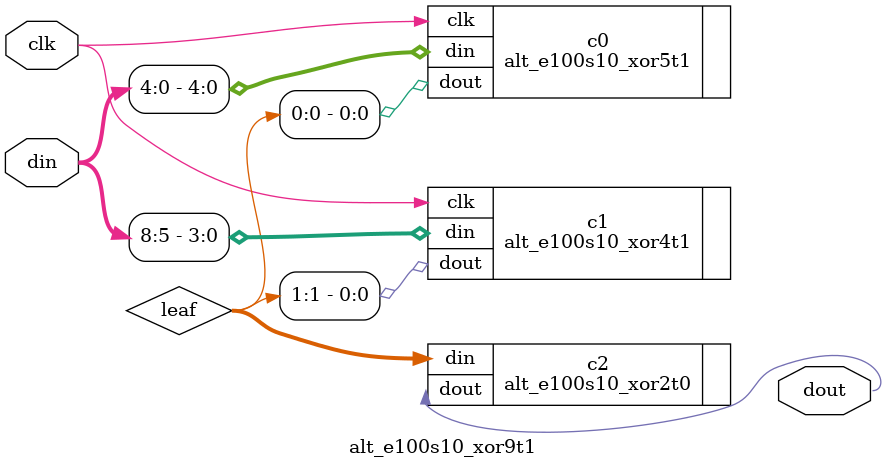
<source format=v>




`timescale 1ps/1ps

// DESCRIPTION
// 9 input XOR gate.  Latency 1.
// Generated by one of Gregg's toys.   Share And Enjoy.

module alt_e100s10_xor9t1 #(
    parameter SIM_EMULATE = 1'b0
) (
    input clk,
    input [8:0] din,
    output dout
);

wire [1:0] leaf;

alt_e100s10_xor5t1 c0 (
    .clk(clk),
    .din(din[4:0]),
    .dout(leaf[0])
);
defparam c0 .SIM_EMULATE = SIM_EMULATE;

alt_e100s10_xor4t1 c1 (
    .clk(clk),
    .din(din[8:5]),
    .dout(leaf[1])
);
defparam c1 .SIM_EMULATE = SIM_EMULATE;

alt_e100s10_xor2t0 c2 (
    .din(leaf),
    .dout(dout)
);
defparam c2 .SIM_EMULATE = SIM_EMULATE;

endmodule


</source>
